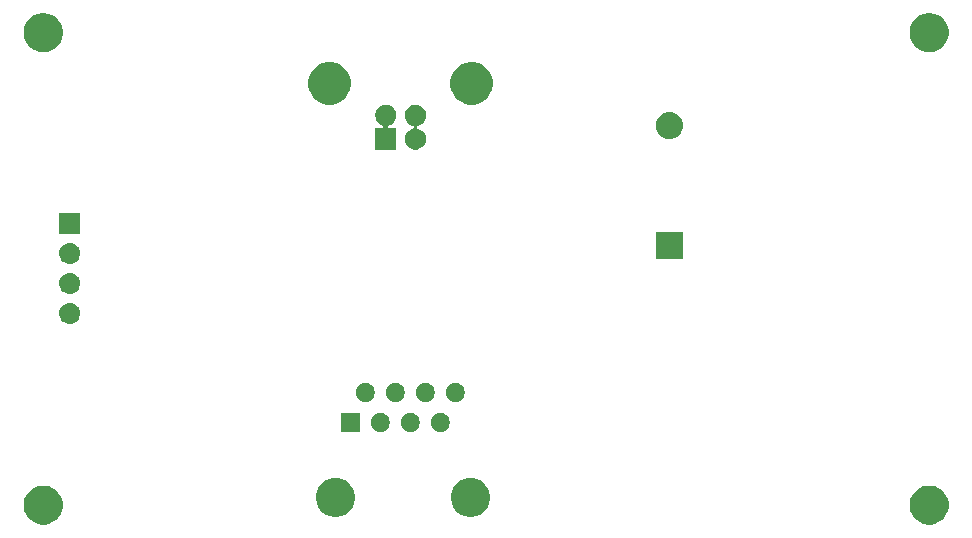
<source format=gbr>
G04 #@! TF.GenerationSoftware,KiCad,Pcbnew,(5.1.2-1)-1*
G04 #@! TF.CreationDate,2019-09-19T03:42:37+01:00*
G04 #@! TF.ProjectId,USB,5553422e-6b69-4636-9164-5f7063625858,rev?*
G04 #@! TF.SameCoordinates,Original*
G04 #@! TF.FileFunction,Soldermask,Bot*
G04 #@! TF.FilePolarity,Negative*
%FSLAX46Y46*%
G04 Gerber Fmt 4.6, Leading zero omitted, Abs format (unit mm)*
G04 Created by KiCad (PCBNEW (5.1.2-1)-1) date 2019-09-19 03:42:37*
%MOMM*%
%LPD*%
G04 APERTURE LIST*
%ADD10C,0.100000*%
G04 APERTURE END LIST*
D10*
G36*
X196375256Y-120391298D02*
G01*
X196481579Y-120412447D01*
X196782042Y-120536903D01*
X197052451Y-120717585D01*
X197282415Y-120947549D01*
X197463097Y-121217958D01*
X197587553Y-121518421D01*
X197651000Y-121837391D01*
X197651000Y-122162609D01*
X197587553Y-122481579D01*
X197463097Y-122782042D01*
X197282415Y-123052451D01*
X197052451Y-123282415D01*
X196782042Y-123463097D01*
X196481579Y-123587553D01*
X196375256Y-123608702D01*
X196162611Y-123651000D01*
X195837389Y-123651000D01*
X195624744Y-123608702D01*
X195518421Y-123587553D01*
X195217958Y-123463097D01*
X194947549Y-123282415D01*
X194717585Y-123052451D01*
X194536903Y-122782042D01*
X194412447Y-122481579D01*
X194349000Y-122162609D01*
X194349000Y-121837391D01*
X194412447Y-121518421D01*
X194536903Y-121217958D01*
X194717585Y-120947549D01*
X194947549Y-120717585D01*
X195217958Y-120536903D01*
X195518421Y-120412447D01*
X195624744Y-120391298D01*
X195837389Y-120349000D01*
X196162611Y-120349000D01*
X196375256Y-120391298D01*
X196375256Y-120391298D01*
G37*
G36*
X121375256Y-120391298D02*
G01*
X121481579Y-120412447D01*
X121782042Y-120536903D01*
X122052451Y-120717585D01*
X122282415Y-120947549D01*
X122463097Y-121217958D01*
X122587553Y-121518421D01*
X122651000Y-121837391D01*
X122651000Y-122162609D01*
X122587553Y-122481579D01*
X122463097Y-122782042D01*
X122282415Y-123052451D01*
X122052451Y-123282415D01*
X121782042Y-123463097D01*
X121481579Y-123587553D01*
X121375256Y-123608702D01*
X121162611Y-123651000D01*
X120837389Y-123651000D01*
X120624744Y-123608702D01*
X120518421Y-123587553D01*
X120217958Y-123463097D01*
X119947549Y-123282415D01*
X119717585Y-123052451D01*
X119536903Y-122782042D01*
X119412447Y-122481579D01*
X119349000Y-122162609D01*
X119349000Y-121837391D01*
X119412447Y-121518421D01*
X119536903Y-121217958D01*
X119717585Y-120947549D01*
X119947549Y-120717585D01*
X120217958Y-120536903D01*
X120518421Y-120412447D01*
X120624744Y-120391298D01*
X120837389Y-120349000D01*
X121162611Y-120349000D01*
X121375256Y-120391298D01*
X121375256Y-120391298D01*
G37*
G36*
X157535256Y-119741298D02*
G01*
X157641579Y-119762447D01*
X157942042Y-119886903D01*
X158212451Y-120067585D01*
X158442415Y-120297549D01*
X158623097Y-120567958D01*
X158747553Y-120868421D01*
X158811000Y-121187391D01*
X158811000Y-121512609D01*
X158747553Y-121831579D01*
X158623097Y-122132042D01*
X158442415Y-122402451D01*
X158212451Y-122632415D01*
X157942042Y-122813097D01*
X157641579Y-122937553D01*
X157535256Y-122958702D01*
X157322611Y-123001000D01*
X156997389Y-123001000D01*
X156784744Y-122958702D01*
X156678421Y-122937553D01*
X156377958Y-122813097D01*
X156107549Y-122632415D01*
X155877585Y-122402451D01*
X155696903Y-122132042D01*
X155572447Y-121831579D01*
X155509000Y-121512609D01*
X155509000Y-121187391D01*
X155572447Y-120868421D01*
X155696903Y-120567958D01*
X155877585Y-120297549D01*
X156107549Y-120067585D01*
X156377958Y-119886903D01*
X156678421Y-119762447D01*
X156784744Y-119741298D01*
X156997389Y-119699000D01*
X157322611Y-119699000D01*
X157535256Y-119741298D01*
X157535256Y-119741298D01*
G37*
G36*
X146105256Y-119741298D02*
G01*
X146211579Y-119762447D01*
X146512042Y-119886903D01*
X146782451Y-120067585D01*
X147012415Y-120297549D01*
X147193097Y-120567958D01*
X147317553Y-120868421D01*
X147381000Y-121187391D01*
X147381000Y-121512609D01*
X147317553Y-121831579D01*
X147193097Y-122132042D01*
X147012415Y-122402451D01*
X146782451Y-122632415D01*
X146512042Y-122813097D01*
X146211579Y-122937553D01*
X146105256Y-122958702D01*
X145892611Y-123001000D01*
X145567389Y-123001000D01*
X145354744Y-122958702D01*
X145248421Y-122937553D01*
X144947958Y-122813097D01*
X144677549Y-122632415D01*
X144447585Y-122402451D01*
X144266903Y-122132042D01*
X144142447Y-121831579D01*
X144079000Y-121512609D01*
X144079000Y-121187391D01*
X144142447Y-120868421D01*
X144266903Y-120567958D01*
X144447585Y-120297549D01*
X144677549Y-120067585D01*
X144947958Y-119886903D01*
X145248421Y-119762447D01*
X145354744Y-119741298D01*
X145567389Y-119699000D01*
X145892611Y-119699000D01*
X146105256Y-119741298D01*
X146105256Y-119741298D01*
G37*
G36*
X154853642Y-114229781D02*
G01*
X154999414Y-114290162D01*
X154999416Y-114290163D01*
X155130608Y-114377822D01*
X155242178Y-114489392D01*
X155329837Y-114620584D01*
X155329838Y-114620586D01*
X155390219Y-114766358D01*
X155421000Y-114921107D01*
X155421000Y-115078893D01*
X155390219Y-115233642D01*
X155329838Y-115379414D01*
X155329837Y-115379416D01*
X155242178Y-115510608D01*
X155130608Y-115622178D01*
X154999416Y-115709837D01*
X154999415Y-115709838D01*
X154999414Y-115709838D01*
X154853642Y-115770219D01*
X154698893Y-115801000D01*
X154541107Y-115801000D01*
X154386358Y-115770219D01*
X154240586Y-115709838D01*
X154240585Y-115709838D01*
X154240584Y-115709837D01*
X154109392Y-115622178D01*
X153997822Y-115510608D01*
X153910163Y-115379416D01*
X153910162Y-115379414D01*
X153849781Y-115233642D01*
X153819000Y-115078893D01*
X153819000Y-114921107D01*
X153849781Y-114766358D01*
X153910162Y-114620586D01*
X153910163Y-114620584D01*
X153997822Y-114489392D01*
X154109392Y-114377822D01*
X154240584Y-114290163D01*
X154240586Y-114290162D01*
X154386358Y-114229781D01*
X154541107Y-114199000D01*
X154698893Y-114199000D01*
X154853642Y-114229781D01*
X154853642Y-114229781D01*
G37*
G36*
X152313642Y-114229781D02*
G01*
X152459414Y-114290162D01*
X152459416Y-114290163D01*
X152590608Y-114377822D01*
X152702178Y-114489392D01*
X152789837Y-114620584D01*
X152789838Y-114620586D01*
X152850219Y-114766358D01*
X152881000Y-114921107D01*
X152881000Y-115078893D01*
X152850219Y-115233642D01*
X152789838Y-115379414D01*
X152789837Y-115379416D01*
X152702178Y-115510608D01*
X152590608Y-115622178D01*
X152459416Y-115709837D01*
X152459415Y-115709838D01*
X152459414Y-115709838D01*
X152313642Y-115770219D01*
X152158893Y-115801000D01*
X152001107Y-115801000D01*
X151846358Y-115770219D01*
X151700586Y-115709838D01*
X151700585Y-115709838D01*
X151700584Y-115709837D01*
X151569392Y-115622178D01*
X151457822Y-115510608D01*
X151370163Y-115379416D01*
X151370162Y-115379414D01*
X151309781Y-115233642D01*
X151279000Y-115078893D01*
X151279000Y-114921107D01*
X151309781Y-114766358D01*
X151370162Y-114620586D01*
X151370163Y-114620584D01*
X151457822Y-114489392D01*
X151569392Y-114377822D01*
X151700584Y-114290163D01*
X151700586Y-114290162D01*
X151846358Y-114229781D01*
X152001107Y-114199000D01*
X152158893Y-114199000D01*
X152313642Y-114229781D01*
X152313642Y-114229781D01*
G37*
G36*
X149773642Y-114229781D02*
G01*
X149919414Y-114290162D01*
X149919416Y-114290163D01*
X150050608Y-114377822D01*
X150162178Y-114489392D01*
X150249837Y-114620584D01*
X150249838Y-114620586D01*
X150310219Y-114766358D01*
X150341000Y-114921107D01*
X150341000Y-115078893D01*
X150310219Y-115233642D01*
X150249838Y-115379414D01*
X150249837Y-115379416D01*
X150162178Y-115510608D01*
X150050608Y-115622178D01*
X149919416Y-115709837D01*
X149919415Y-115709838D01*
X149919414Y-115709838D01*
X149773642Y-115770219D01*
X149618893Y-115801000D01*
X149461107Y-115801000D01*
X149306358Y-115770219D01*
X149160586Y-115709838D01*
X149160585Y-115709838D01*
X149160584Y-115709837D01*
X149029392Y-115622178D01*
X148917822Y-115510608D01*
X148830163Y-115379416D01*
X148830162Y-115379414D01*
X148769781Y-115233642D01*
X148739000Y-115078893D01*
X148739000Y-114921107D01*
X148769781Y-114766358D01*
X148830162Y-114620586D01*
X148830163Y-114620584D01*
X148917822Y-114489392D01*
X149029392Y-114377822D01*
X149160584Y-114290163D01*
X149160586Y-114290162D01*
X149306358Y-114229781D01*
X149461107Y-114199000D01*
X149618893Y-114199000D01*
X149773642Y-114229781D01*
X149773642Y-114229781D01*
G37*
G36*
X147801000Y-115801000D02*
G01*
X146199000Y-115801000D01*
X146199000Y-114199000D01*
X147801000Y-114199000D01*
X147801000Y-115801000D01*
X147801000Y-115801000D01*
G37*
G36*
X156123642Y-111689781D02*
G01*
X156269414Y-111750162D01*
X156269416Y-111750163D01*
X156400608Y-111837822D01*
X156512178Y-111949392D01*
X156599837Y-112080584D01*
X156599838Y-112080586D01*
X156660219Y-112226358D01*
X156691000Y-112381107D01*
X156691000Y-112538893D01*
X156660219Y-112693642D01*
X156599838Y-112839414D01*
X156599837Y-112839416D01*
X156512178Y-112970608D01*
X156400608Y-113082178D01*
X156269416Y-113169837D01*
X156269415Y-113169838D01*
X156269414Y-113169838D01*
X156123642Y-113230219D01*
X155968893Y-113261000D01*
X155811107Y-113261000D01*
X155656358Y-113230219D01*
X155510586Y-113169838D01*
X155510585Y-113169838D01*
X155510584Y-113169837D01*
X155379392Y-113082178D01*
X155267822Y-112970608D01*
X155180163Y-112839416D01*
X155180162Y-112839414D01*
X155119781Y-112693642D01*
X155089000Y-112538893D01*
X155089000Y-112381107D01*
X155119781Y-112226358D01*
X155180162Y-112080586D01*
X155180163Y-112080584D01*
X155267822Y-111949392D01*
X155379392Y-111837822D01*
X155510584Y-111750163D01*
X155510586Y-111750162D01*
X155656358Y-111689781D01*
X155811107Y-111659000D01*
X155968893Y-111659000D01*
X156123642Y-111689781D01*
X156123642Y-111689781D01*
G37*
G36*
X153583642Y-111689781D02*
G01*
X153729414Y-111750162D01*
X153729416Y-111750163D01*
X153860608Y-111837822D01*
X153972178Y-111949392D01*
X154059837Y-112080584D01*
X154059838Y-112080586D01*
X154120219Y-112226358D01*
X154151000Y-112381107D01*
X154151000Y-112538893D01*
X154120219Y-112693642D01*
X154059838Y-112839414D01*
X154059837Y-112839416D01*
X153972178Y-112970608D01*
X153860608Y-113082178D01*
X153729416Y-113169837D01*
X153729415Y-113169838D01*
X153729414Y-113169838D01*
X153583642Y-113230219D01*
X153428893Y-113261000D01*
X153271107Y-113261000D01*
X153116358Y-113230219D01*
X152970586Y-113169838D01*
X152970585Y-113169838D01*
X152970584Y-113169837D01*
X152839392Y-113082178D01*
X152727822Y-112970608D01*
X152640163Y-112839416D01*
X152640162Y-112839414D01*
X152579781Y-112693642D01*
X152549000Y-112538893D01*
X152549000Y-112381107D01*
X152579781Y-112226358D01*
X152640162Y-112080586D01*
X152640163Y-112080584D01*
X152727822Y-111949392D01*
X152839392Y-111837822D01*
X152970584Y-111750163D01*
X152970586Y-111750162D01*
X153116358Y-111689781D01*
X153271107Y-111659000D01*
X153428893Y-111659000D01*
X153583642Y-111689781D01*
X153583642Y-111689781D01*
G37*
G36*
X151043642Y-111689781D02*
G01*
X151189414Y-111750162D01*
X151189416Y-111750163D01*
X151320608Y-111837822D01*
X151432178Y-111949392D01*
X151519837Y-112080584D01*
X151519838Y-112080586D01*
X151580219Y-112226358D01*
X151611000Y-112381107D01*
X151611000Y-112538893D01*
X151580219Y-112693642D01*
X151519838Y-112839414D01*
X151519837Y-112839416D01*
X151432178Y-112970608D01*
X151320608Y-113082178D01*
X151189416Y-113169837D01*
X151189415Y-113169838D01*
X151189414Y-113169838D01*
X151043642Y-113230219D01*
X150888893Y-113261000D01*
X150731107Y-113261000D01*
X150576358Y-113230219D01*
X150430586Y-113169838D01*
X150430585Y-113169838D01*
X150430584Y-113169837D01*
X150299392Y-113082178D01*
X150187822Y-112970608D01*
X150100163Y-112839416D01*
X150100162Y-112839414D01*
X150039781Y-112693642D01*
X150009000Y-112538893D01*
X150009000Y-112381107D01*
X150039781Y-112226358D01*
X150100162Y-112080586D01*
X150100163Y-112080584D01*
X150187822Y-111949392D01*
X150299392Y-111837822D01*
X150430584Y-111750163D01*
X150430586Y-111750162D01*
X150576358Y-111689781D01*
X150731107Y-111659000D01*
X150888893Y-111659000D01*
X151043642Y-111689781D01*
X151043642Y-111689781D01*
G37*
G36*
X148503642Y-111689781D02*
G01*
X148649414Y-111750162D01*
X148649416Y-111750163D01*
X148780608Y-111837822D01*
X148892178Y-111949392D01*
X148979837Y-112080584D01*
X148979838Y-112080586D01*
X149040219Y-112226358D01*
X149071000Y-112381107D01*
X149071000Y-112538893D01*
X149040219Y-112693642D01*
X148979838Y-112839414D01*
X148979837Y-112839416D01*
X148892178Y-112970608D01*
X148780608Y-113082178D01*
X148649416Y-113169837D01*
X148649415Y-113169838D01*
X148649414Y-113169838D01*
X148503642Y-113230219D01*
X148348893Y-113261000D01*
X148191107Y-113261000D01*
X148036358Y-113230219D01*
X147890586Y-113169838D01*
X147890585Y-113169838D01*
X147890584Y-113169837D01*
X147759392Y-113082178D01*
X147647822Y-112970608D01*
X147560163Y-112839416D01*
X147560162Y-112839414D01*
X147499781Y-112693642D01*
X147469000Y-112538893D01*
X147469000Y-112381107D01*
X147499781Y-112226358D01*
X147560162Y-112080586D01*
X147560163Y-112080584D01*
X147647822Y-111949392D01*
X147759392Y-111837822D01*
X147890584Y-111750163D01*
X147890586Y-111750162D01*
X148036358Y-111689781D01*
X148191107Y-111659000D01*
X148348893Y-111659000D01*
X148503642Y-111689781D01*
X148503642Y-111689781D01*
G37*
G36*
X123342643Y-104875919D02*
G01*
X123408827Y-104882437D01*
X123578666Y-104933957D01*
X123735191Y-105017622D01*
X123770929Y-105046952D01*
X123872386Y-105130214D01*
X123955648Y-105231671D01*
X123984978Y-105267409D01*
X124068643Y-105423934D01*
X124120163Y-105593773D01*
X124137559Y-105770400D01*
X124120163Y-105947027D01*
X124068643Y-106116866D01*
X123984978Y-106273391D01*
X123955648Y-106309129D01*
X123872386Y-106410586D01*
X123770929Y-106493848D01*
X123735191Y-106523178D01*
X123578666Y-106606843D01*
X123408827Y-106658363D01*
X123342642Y-106664882D01*
X123276460Y-106671400D01*
X123187940Y-106671400D01*
X123121758Y-106664882D01*
X123055573Y-106658363D01*
X122885734Y-106606843D01*
X122729209Y-106523178D01*
X122693471Y-106493848D01*
X122592014Y-106410586D01*
X122508752Y-106309129D01*
X122479422Y-106273391D01*
X122395757Y-106116866D01*
X122344237Y-105947027D01*
X122326841Y-105770400D01*
X122344237Y-105593773D01*
X122395757Y-105423934D01*
X122479422Y-105267409D01*
X122508752Y-105231671D01*
X122592014Y-105130214D01*
X122693471Y-105046952D01*
X122729209Y-105017622D01*
X122885734Y-104933957D01*
X123055573Y-104882437D01*
X123121757Y-104875919D01*
X123187940Y-104869400D01*
X123276460Y-104869400D01*
X123342643Y-104875919D01*
X123342643Y-104875919D01*
G37*
G36*
X123342643Y-102335919D02*
G01*
X123408827Y-102342437D01*
X123578666Y-102393957D01*
X123735191Y-102477622D01*
X123770929Y-102506952D01*
X123872386Y-102590214D01*
X123955648Y-102691671D01*
X123984978Y-102727409D01*
X124068643Y-102883934D01*
X124120163Y-103053773D01*
X124137559Y-103230400D01*
X124120163Y-103407027D01*
X124068643Y-103576866D01*
X123984978Y-103733391D01*
X123955648Y-103769129D01*
X123872386Y-103870586D01*
X123770929Y-103953848D01*
X123735191Y-103983178D01*
X123578666Y-104066843D01*
X123408827Y-104118363D01*
X123342643Y-104124881D01*
X123276460Y-104131400D01*
X123187940Y-104131400D01*
X123121757Y-104124881D01*
X123055573Y-104118363D01*
X122885734Y-104066843D01*
X122729209Y-103983178D01*
X122693471Y-103953848D01*
X122592014Y-103870586D01*
X122508752Y-103769129D01*
X122479422Y-103733391D01*
X122395757Y-103576866D01*
X122344237Y-103407027D01*
X122326841Y-103230400D01*
X122344237Y-103053773D01*
X122395757Y-102883934D01*
X122479422Y-102727409D01*
X122508752Y-102691671D01*
X122592014Y-102590214D01*
X122693471Y-102506952D01*
X122729209Y-102477622D01*
X122885734Y-102393957D01*
X123055573Y-102342437D01*
X123121758Y-102335918D01*
X123187940Y-102329400D01*
X123276460Y-102329400D01*
X123342643Y-102335919D01*
X123342643Y-102335919D01*
G37*
G36*
X123342642Y-99795918D02*
G01*
X123408827Y-99802437D01*
X123578666Y-99853957D01*
X123735191Y-99937622D01*
X123770929Y-99966952D01*
X123872386Y-100050214D01*
X123955648Y-100151671D01*
X123984978Y-100187409D01*
X124068643Y-100343934D01*
X124120163Y-100513773D01*
X124137559Y-100690400D01*
X124120163Y-100867027D01*
X124068643Y-101036866D01*
X123984978Y-101193391D01*
X123955648Y-101229129D01*
X123872386Y-101330586D01*
X123770929Y-101413848D01*
X123735191Y-101443178D01*
X123578666Y-101526843D01*
X123408827Y-101578363D01*
X123342642Y-101584882D01*
X123276460Y-101591400D01*
X123187940Y-101591400D01*
X123121758Y-101584882D01*
X123055573Y-101578363D01*
X122885734Y-101526843D01*
X122729209Y-101443178D01*
X122693471Y-101413848D01*
X122592014Y-101330586D01*
X122508752Y-101229129D01*
X122479422Y-101193391D01*
X122395757Y-101036866D01*
X122344237Y-100867027D01*
X122326841Y-100690400D01*
X122344237Y-100513773D01*
X122395757Y-100343934D01*
X122479422Y-100187409D01*
X122508752Y-100151671D01*
X122592014Y-100050214D01*
X122693471Y-99966952D01*
X122729209Y-99937622D01*
X122885734Y-99853957D01*
X123055573Y-99802437D01*
X123121758Y-99795918D01*
X123187940Y-99789400D01*
X123276460Y-99789400D01*
X123342642Y-99795918D01*
X123342642Y-99795918D01*
G37*
G36*
X175151000Y-101151000D02*
G01*
X172849000Y-101151000D01*
X172849000Y-98849000D01*
X175151000Y-98849000D01*
X175151000Y-101151000D01*
X175151000Y-101151000D01*
G37*
G36*
X124133200Y-99051400D02*
G01*
X122331200Y-99051400D01*
X122331200Y-97249400D01*
X124133200Y-97249400D01*
X124133200Y-99051400D01*
X124133200Y-99051400D01*
G37*
G36*
X150113512Y-88103927D02*
G01*
X150262812Y-88133624D01*
X150426784Y-88201544D01*
X150574354Y-88300147D01*
X150699853Y-88425646D01*
X150798456Y-88573216D01*
X150866376Y-88737188D01*
X150901000Y-88911259D01*
X150901000Y-89088741D01*
X150866376Y-89262812D01*
X150798456Y-89426784D01*
X150699853Y-89574354D01*
X150574354Y-89699853D01*
X150426784Y-89798456D01*
X150281771Y-89858523D01*
X150260171Y-89870068D01*
X150241229Y-89885613D01*
X150225684Y-89904555D01*
X150214133Y-89926166D01*
X150207020Y-89949615D01*
X150204618Y-89974001D01*
X150207020Y-89998387D01*
X150214133Y-90021836D01*
X150225684Y-90043447D01*
X150241229Y-90062389D01*
X150260171Y-90077934D01*
X150281782Y-90089485D01*
X150305231Y-90096598D01*
X150329617Y-90099000D01*
X150901000Y-90099000D01*
X150901000Y-91901000D01*
X149099000Y-91901000D01*
X149099000Y-90099000D01*
X149670383Y-90099000D01*
X149694769Y-90096598D01*
X149718218Y-90089485D01*
X149739829Y-90077934D01*
X149758771Y-90062389D01*
X149774316Y-90043447D01*
X149785867Y-90021836D01*
X149792980Y-89998387D01*
X149795382Y-89974001D01*
X149792980Y-89949615D01*
X149785867Y-89926166D01*
X149774316Y-89904555D01*
X149758771Y-89885613D01*
X149739829Y-89870068D01*
X149718229Y-89858523D01*
X149573216Y-89798456D01*
X149425646Y-89699853D01*
X149300147Y-89574354D01*
X149201544Y-89426784D01*
X149133624Y-89262812D01*
X149099000Y-89088741D01*
X149099000Y-88911259D01*
X149133624Y-88737188D01*
X149201544Y-88573216D01*
X149300147Y-88425646D01*
X149425646Y-88300147D01*
X149573216Y-88201544D01*
X149737188Y-88133624D01*
X149886488Y-88103927D01*
X149911258Y-88099000D01*
X150088742Y-88099000D01*
X150113512Y-88103927D01*
X150113512Y-88103927D01*
G37*
G36*
X152613512Y-88103927D02*
G01*
X152762812Y-88133624D01*
X152926784Y-88201544D01*
X153074354Y-88300147D01*
X153199853Y-88425646D01*
X153298456Y-88573216D01*
X153366376Y-88737188D01*
X153401000Y-88911259D01*
X153401000Y-89088741D01*
X153366376Y-89262812D01*
X153298456Y-89426784D01*
X153199853Y-89574354D01*
X153074354Y-89699853D01*
X152926784Y-89798456D01*
X152762812Y-89866376D01*
X152707362Y-89877405D01*
X152683922Y-89884516D01*
X152662311Y-89896067D01*
X152643369Y-89911613D01*
X152627824Y-89930555D01*
X152616273Y-89952165D01*
X152609160Y-89975614D01*
X152606758Y-90000000D01*
X152609160Y-90024387D01*
X152616273Y-90047835D01*
X152627824Y-90069446D01*
X152643370Y-90088388D01*
X152662312Y-90103933D01*
X152683922Y-90115484D01*
X152707362Y-90122595D01*
X152762812Y-90133624D01*
X152926784Y-90201544D01*
X153074354Y-90300147D01*
X153199853Y-90425646D01*
X153298456Y-90573216D01*
X153366376Y-90737188D01*
X153401000Y-90911259D01*
X153401000Y-91088741D01*
X153366376Y-91262812D01*
X153298456Y-91426784D01*
X153199853Y-91574354D01*
X153074354Y-91699853D01*
X152926784Y-91798456D01*
X152762812Y-91866376D01*
X152613512Y-91896073D01*
X152588742Y-91901000D01*
X152411258Y-91901000D01*
X152386488Y-91896073D01*
X152237188Y-91866376D01*
X152073216Y-91798456D01*
X151925646Y-91699853D01*
X151800147Y-91574354D01*
X151701544Y-91426784D01*
X151633624Y-91262812D01*
X151599000Y-91088741D01*
X151599000Y-90911259D01*
X151633624Y-90737188D01*
X151701544Y-90573216D01*
X151800147Y-90425646D01*
X151925646Y-90300147D01*
X152073216Y-90201544D01*
X152237188Y-90133624D01*
X152292638Y-90122595D01*
X152316078Y-90115484D01*
X152337689Y-90103933D01*
X152356631Y-90088387D01*
X152372176Y-90069445D01*
X152383727Y-90047835D01*
X152390840Y-90024386D01*
X152393242Y-90000000D01*
X152390840Y-89975613D01*
X152383727Y-89952165D01*
X152372176Y-89930554D01*
X152356630Y-89911612D01*
X152337688Y-89896067D01*
X152316078Y-89884516D01*
X152292638Y-89877405D01*
X152237188Y-89866376D01*
X152073216Y-89798456D01*
X151925646Y-89699853D01*
X151800147Y-89574354D01*
X151701544Y-89426784D01*
X151633624Y-89262812D01*
X151599000Y-89088741D01*
X151599000Y-88911259D01*
X151633624Y-88737188D01*
X151701544Y-88573216D01*
X151800147Y-88425646D01*
X151925646Y-88300147D01*
X152073216Y-88201544D01*
X152237188Y-88133624D01*
X152386488Y-88103927D01*
X152411258Y-88099000D01*
X152588742Y-88099000D01*
X152613512Y-88103927D01*
X152613512Y-88103927D01*
G37*
G36*
X174169271Y-88700103D02*
G01*
X174225635Y-88705654D01*
X174442600Y-88771470D01*
X174442602Y-88771471D01*
X174642555Y-88878347D01*
X174817818Y-89022182D01*
X174961653Y-89197445D01*
X175068529Y-89397398D01*
X175068530Y-89397400D01*
X175134346Y-89614365D01*
X175156569Y-89840000D01*
X175134346Y-90065635D01*
X175113722Y-90133624D01*
X175068529Y-90282602D01*
X174961653Y-90482555D01*
X174817818Y-90657818D01*
X174642555Y-90801653D01*
X174442602Y-90908529D01*
X174442600Y-90908530D01*
X174225635Y-90974346D01*
X174169271Y-90979897D01*
X174056545Y-90991000D01*
X173943455Y-90991000D01*
X173830729Y-90979897D01*
X173774365Y-90974346D01*
X173557400Y-90908530D01*
X173557398Y-90908529D01*
X173357445Y-90801653D01*
X173182182Y-90657818D01*
X173038347Y-90482555D01*
X172931471Y-90282602D01*
X172886279Y-90133624D01*
X172865654Y-90065635D01*
X172843431Y-89840000D01*
X172865654Y-89614365D01*
X172931470Y-89397400D01*
X172931471Y-89397398D01*
X173038347Y-89197445D01*
X173182182Y-89022182D01*
X173357445Y-88878347D01*
X173557398Y-88771471D01*
X173557400Y-88771470D01*
X173774365Y-88705654D01*
X173830729Y-88700103D01*
X173943455Y-88689000D01*
X174056545Y-88689000D01*
X174169271Y-88700103D01*
X174169271Y-88700103D01*
G37*
G36*
X145755331Y-84558211D02*
G01*
X146083092Y-84693974D01*
X146378070Y-84891072D01*
X146628928Y-85141930D01*
X146826026Y-85436908D01*
X146961789Y-85764669D01*
X147031000Y-86112616D01*
X147031000Y-86467384D01*
X146961789Y-86815331D01*
X146826026Y-87143092D01*
X146628928Y-87438070D01*
X146378070Y-87688928D01*
X146083092Y-87886026D01*
X145755331Y-88021789D01*
X145407384Y-88091000D01*
X145052616Y-88091000D01*
X144704669Y-88021789D01*
X144376908Y-87886026D01*
X144081930Y-87688928D01*
X143831072Y-87438070D01*
X143633974Y-87143092D01*
X143498211Y-86815331D01*
X143429000Y-86467384D01*
X143429000Y-86112616D01*
X143498211Y-85764669D01*
X143633974Y-85436908D01*
X143831072Y-85141930D01*
X144081930Y-84891072D01*
X144376908Y-84693974D01*
X144704669Y-84558211D01*
X145052616Y-84489000D01*
X145407384Y-84489000D01*
X145755331Y-84558211D01*
X145755331Y-84558211D01*
G37*
G36*
X157795331Y-84558211D02*
G01*
X158123092Y-84693974D01*
X158418070Y-84891072D01*
X158668928Y-85141930D01*
X158866026Y-85436908D01*
X159001789Y-85764669D01*
X159071000Y-86112616D01*
X159071000Y-86467384D01*
X159001789Y-86815331D01*
X158866026Y-87143092D01*
X158668928Y-87438070D01*
X158418070Y-87688928D01*
X158123092Y-87886026D01*
X157795331Y-88021789D01*
X157447384Y-88091000D01*
X157092616Y-88091000D01*
X156744669Y-88021789D01*
X156416908Y-87886026D01*
X156121930Y-87688928D01*
X155871072Y-87438070D01*
X155673974Y-87143092D01*
X155538211Y-86815331D01*
X155469000Y-86467384D01*
X155469000Y-86112616D01*
X155538211Y-85764669D01*
X155673974Y-85436908D01*
X155871072Y-85141930D01*
X156121930Y-84891072D01*
X156416908Y-84693974D01*
X156744669Y-84558211D01*
X157092616Y-84489000D01*
X157447384Y-84489000D01*
X157795331Y-84558211D01*
X157795331Y-84558211D01*
G37*
G36*
X196375256Y-80391298D02*
G01*
X196481579Y-80412447D01*
X196782042Y-80536903D01*
X197052451Y-80717585D01*
X197282415Y-80947549D01*
X197463097Y-81217958D01*
X197587553Y-81518421D01*
X197651000Y-81837391D01*
X197651000Y-82162609D01*
X197587553Y-82481579D01*
X197463097Y-82782042D01*
X197282415Y-83052451D01*
X197052451Y-83282415D01*
X196782042Y-83463097D01*
X196481579Y-83587553D01*
X196375256Y-83608702D01*
X196162611Y-83651000D01*
X195837389Y-83651000D01*
X195624744Y-83608702D01*
X195518421Y-83587553D01*
X195217958Y-83463097D01*
X194947549Y-83282415D01*
X194717585Y-83052451D01*
X194536903Y-82782042D01*
X194412447Y-82481579D01*
X194349000Y-82162609D01*
X194349000Y-81837391D01*
X194412447Y-81518421D01*
X194536903Y-81217958D01*
X194717585Y-80947549D01*
X194947549Y-80717585D01*
X195217958Y-80536903D01*
X195518421Y-80412447D01*
X195624744Y-80391298D01*
X195837389Y-80349000D01*
X196162611Y-80349000D01*
X196375256Y-80391298D01*
X196375256Y-80391298D01*
G37*
G36*
X121375256Y-80391298D02*
G01*
X121481579Y-80412447D01*
X121782042Y-80536903D01*
X122052451Y-80717585D01*
X122282415Y-80947549D01*
X122463097Y-81217958D01*
X122587553Y-81518421D01*
X122651000Y-81837391D01*
X122651000Y-82162609D01*
X122587553Y-82481579D01*
X122463097Y-82782042D01*
X122282415Y-83052451D01*
X122052451Y-83282415D01*
X121782042Y-83463097D01*
X121481579Y-83587553D01*
X121375256Y-83608702D01*
X121162611Y-83651000D01*
X120837389Y-83651000D01*
X120624744Y-83608702D01*
X120518421Y-83587553D01*
X120217958Y-83463097D01*
X119947549Y-83282415D01*
X119717585Y-83052451D01*
X119536903Y-82782042D01*
X119412447Y-82481579D01*
X119349000Y-82162609D01*
X119349000Y-81837391D01*
X119412447Y-81518421D01*
X119536903Y-81217958D01*
X119717585Y-80947549D01*
X119947549Y-80717585D01*
X120217958Y-80536903D01*
X120518421Y-80412447D01*
X120624744Y-80391298D01*
X120837389Y-80349000D01*
X121162611Y-80349000D01*
X121375256Y-80391298D01*
X121375256Y-80391298D01*
G37*
M02*

</source>
